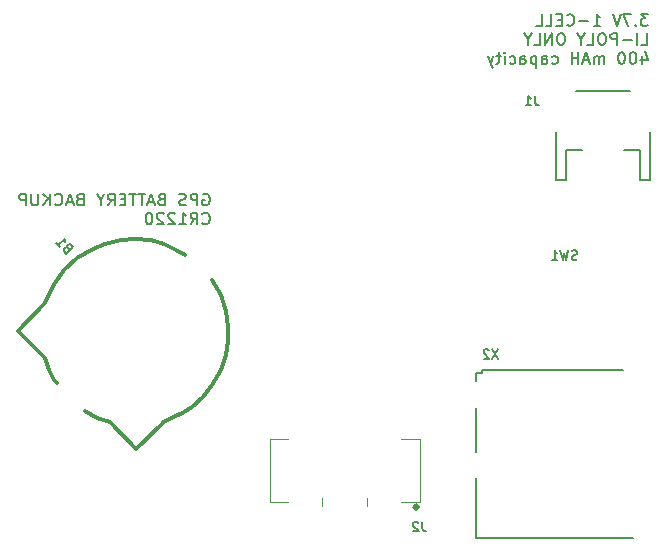
<source format=gbr>
%TF.GenerationSoftware,KiCad,Pcbnew,8.0.8*%
%TF.CreationDate,2025-01-20T12:07:48-06:00*%
%TF.ProjectId,tempo,74656d70-6f2e-46b6-9963-61645f706362,rev?*%
%TF.SameCoordinates,Original*%
%TF.FileFunction,Legend,Bot*%
%TF.FilePolarity,Positive*%
%FSLAX46Y46*%
G04 Gerber Fmt 4.6, Leading zero omitted, Abs format (unit mm)*
G04 Created by KiCad (PCBNEW 8.0.8) date 2025-01-20 12:07:48*
%MOMM*%
%LPD*%
G01*
G04 APERTURE LIST*
%ADD10C,0.150000*%
%ADD11C,0.100000*%
%ADD12C,0.120000*%
%ADD13C,0.310000*%
%ADD14C,0.127000*%
%ADD15C,0.304800*%
%ADD16C,0.203200*%
G04 APERTURE END LIST*
D10*
X145339411Y-81132494D02*
X145434649Y-81084875D01*
X145434649Y-81084875D02*
X145577506Y-81084875D01*
X145577506Y-81084875D02*
X145720363Y-81132494D01*
X145720363Y-81132494D02*
X145815601Y-81227732D01*
X145815601Y-81227732D02*
X145863220Y-81322970D01*
X145863220Y-81322970D02*
X145910839Y-81513446D01*
X145910839Y-81513446D02*
X145910839Y-81656303D01*
X145910839Y-81656303D02*
X145863220Y-81846779D01*
X145863220Y-81846779D02*
X145815601Y-81942017D01*
X145815601Y-81942017D02*
X145720363Y-82037256D01*
X145720363Y-82037256D02*
X145577506Y-82084875D01*
X145577506Y-82084875D02*
X145482268Y-82084875D01*
X145482268Y-82084875D02*
X145339411Y-82037256D01*
X145339411Y-82037256D02*
X145291792Y-81989636D01*
X145291792Y-81989636D02*
X145291792Y-81656303D01*
X145291792Y-81656303D02*
X145482268Y-81656303D01*
X144863220Y-82084875D02*
X144863220Y-81084875D01*
X144863220Y-81084875D02*
X144482268Y-81084875D01*
X144482268Y-81084875D02*
X144387030Y-81132494D01*
X144387030Y-81132494D02*
X144339411Y-81180113D01*
X144339411Y-81180113D02*
X144291792Y-81275351D01*
X144291792Y-81275351D02*
X144291792Y-81418208D01*
X144291792Y-81418208D02*
X144339411Y-81513446D01*
X144339411Y-81513446D02*
X144387030Y-81561065D01*
X144387030Y-81561065D02*
X144482268Y-81608684D01*
X144482268Y-81608684D02*
X144863220Y-81608684D01*
X143910839Y-82037256D02*
X143767982Y-82084875D01*
X143767982Y-82084875D02*
X143529887Y-82084875D01*
X143529887Y-82084875D02*
X143434649Y-82037256D01*
X143434649Y-82037256D02*
X143387030Y-81989636D01*
X143387030Y-81989636D02*
X143339411Y-81894398D01*
X143339411Y-81894398D02*
X143339411Y-81799160D01*
X143339411Y-81799160D02*
X143387030Y-81703922D01*
X143387030Y-81703922D02*
X143434649Y-81656303D01*
X143434649Y-81656303D02*
X143529887Y-81608684D01*
X143529887Y-81608684D02*
X143720363Y-81561065D01*
X143720363Y-81561065D02*
X143815601Y-81513446D01*
X143815601Y-81513446D02*
X143863220Y-81465827D01*
X143863220Y-81465827D02*
X143910839Y-81370589D01*
X143910839Y-81370589D02*
X143910839Y-81275351D01*
X143910839Y-81275351D02*
X143863220Y-81180113D01*
X143863220Y-81180113D02*
X143815601Y-81132494D01*
X143815601Y-81132494D02*
X143720363Y-81084875D01*
X143720363Y-81084875D02*
X143482268Y-81084875D01*
X143482268Y-81084875D02*
X143339411Y-81132494D01*
X141815601Y-81561065D02*
X141672744Y-81608684D01*
X141672744Y-81608684D02*
X141625125Y-81656303D01*
X141625125Y-81656303D02*
X141577506Y-81751541D01*
X141577506Y-81751541D02*
X141577506Y-81894398D01*
X141577506Y-81894398D02*
X141625125Y-81989636D01*
X141625125Y-81989636D02*
X141672744Y-82037256D01*
X141672744Y-82037256D02*
X141767982Y-82084875D01*
X141767982Y-82084875D02*
X142148934Y-82084875D01*
X142148934Y-82084875D02*
X142148934Y-81084875D01*
X142148934Y-81084875D02*
X141815601Y-81084875D01*
X141815601Y-81084875D02*
X141720363Y-81132494D01*
X141720363Y-81132494D02*
X141672744Y-81180113D01*
X141672744Y-81180113D02*
X141625125Y-81275351D01*
X141625125Y-81275351D02*
X141625125Y-81370589D01*
X141625125Y-81370589D02*
X141672744Y-81465827D01*
X141672744Y-81465827D02*
X141720363Y-81513446D01*
X141720363Y-81513446D02*
X141815601Y-81561065D01*
X141815601Y-81561065D02*
X142148934Y-81561065D01*
X141196553Y-81799160D02*
X140720363Y-81799160D01*
X141291791Y-82084875D02*
X140958458Y-81084875D01*
X140958458Y-81084875D02*
X140625125Y-82084875D01*
X140434648Y-81084875D02*
X139863220Y-81084875D01*
X140148934Y-82084875D02*
X140148934Y-81084875D01*
X139672743Y-81084875D02*
X139101315Y-81084875D01*
X139387029Y-82084875D02*
X139387029Y-81084875D01*
X138767981Y-81561065D02*
X138434648Y-81561065D01*
X138291791Y-82084875D02*
X138767981Y-82084875D01*
X138767981Y-82084875D02*
X138767981Y-81084875D01*
X138767981Y-81084875D02*
X138291791Y-81084875D01*
X137291791Y-82084875D02*
X137625124Y-81608684D01*
X137863219Y-82084875D02*
X137863219Y-81084875D01*
X137863219Y-81084875D02*
X137482267Y-81084875D01*
X137482267Y-81084875D02*
X137387029Y-81132494D01*
X137387029Y-81132494D02*
X137339410Y-81180113D01*
X137339410Y-81180113D02*
X137291791Y-81275351D01*
X137291791Y-81275351D02*
X137291791Y-81418208D01*
X137291791Y-81418208D02*
X137339410Y-81513446D01*
X137339410Y-81513446D02*
X137387029Y-81561065D01*
X137387029Y-81561065D02*
X137482267Y-81608684D01*
X137482267Y-81608684D02*
X137863219Y-81608684D01*
X136672743Y-81608684D02*
X136672743Y-82084875D01*
X137006076Y-81084875D02*
X136672743Y-81608684D01*
X136672743Y-81608684D02*
X136339410Y-81084875D01*
X134910838Y-81561065D02*
X134767981Y-81608684D01*
X134767981Y-81608684D02*
X134720362Y-81656303D01*
X134720362Y-81656303D02*
X134672743Y-81751541D01*
X134672743Y-81751541D02*
X134672743Y-81894398D01*
X134672743Y-81894398D02*
X134720362Y-81989636D01*
X134720362Y-81989636D02*
X134767981Y-82037256D01*
X134767981Y-82037256D02*
X134863219Y-82084875D01*
X134863219Y-82084875D02*
X135244171Y-82084875D01*
X135244171Y-82084875D02*
X135244171Y-81084875D01*
X135244171Y-81084875D02*
X134910838Y-81084875D01*
X134910838Y-81084875D02*
X134815600Y-81132494D01*
X134815600Y-81132494D02*
X134767981Y-81180113D01*
X134767981Y-81180113D02*
X134720362Y-81275351D01*
X134720362Y-81275351D02*
X134720362Y-81370589D01*
X134720362Y-81370589D02*
X134767981Y-81465827D01*
X134767981Y-81465827D02*
X134815600Y-81513446D01*
X134815600Y-81513446D02*
X134910838Y-81561065D01*
X134910838Y-81561065D02*
X135244171Y-81561065D01*
X134291790Y-81799160D02*
X133815600Y-81799160D01*
X134387028Y-82084875D02*
X134053695Y-81084875D01*
X134053695Y-81084875D02*
X133720362Y-82084875D01*
X132815600Y-81989636D02*
X132863219Y-82037256D01*
X132863219Y-82037256D02*
X133006076Y-82084875D01*
X133006076Y-82084875D02*
X133101314Y-82084875D01*
X133101314Y-82084875D02*
X133244171Y-82037256D01*
X133244171Y-82037256D02*
X133339409Y-81942017D01*
X133339409Y-81942017D02*
X133387028Y-81846779D01*
X133387028Y-81846779D02*
X133434647Y-81656303D01*
X133434647Y-81656303D02*
X133434647Y-81513446D01*
X133434647Y-81513446D02*
X133387028Y-81322970D01*
X133387028Y-81322970D02*
X133339409Y-81227732D01*
X133339409Y-81227732D02*
X133244171Y-81132494D01*
X133244171Y-81132494D02*
X133101314Y-81084875D01*
X133101314Y-81084875D02*
X133006076Y-81084875D01*
X133006076Y-81084875D02*
X132863219Y-81132494D01*
X132863219Y-81132494D02*
X132815600Y-81180113D01*
X132387028Y-82084875D02*
X132387028Y-81084875D01*
X131815600Y-82084875D02*
X132244171Y-81513446D01*
X131815600Y-81084875D02*
X132387028Y-81656303D01*
X131387028Y-81084875D02*
X131387028Y-81894398D01*
X131387028Y-81894398D02*
X131339409Y-81989636D01*
X131339409Y-81989636D02*
X131291790Y-82037256D01*
X131291790Y-82037256D02*
X131196552Y-82084875D01*
X131196552Y-82084875D02*
X131006076Y-82084875D01*
X131006076Y-82084875D02*
X130910838Y-82037256D01*
X130910838Y-82037256D02*
X130863219Y-81989636D01*
X130863219Y-81989636D02*
X130815600Y-81894398D01*
X130815600Y-81894398D02*
X130815600Y-81084875D01*
X130339409Y-82084875D02*
X130339409Y-81084875D01*
X130339409Y-81084875D02*
X129958457Y-81084875D01*
X129958457Y-81084875D02*
X129863219Y-81132494D01*
X129863219Y-81132494D02*
X129815600Y-81180113D01*
X129815600Y-81180113D02*
X129767981Y-81275351D01*
X129767981Y-81275351D02*
X129767981Y-81418208D01*
X129767981Y-81418208D02*
X129815600Y-81513446D01*
X129815600Y-81513446D02*
X129863219Y-81561065D01*
X129863219Y-81561065D02*
X129958457Y-81608684D01*
X129958457Y-81608684D02*
X130339409Y-81608684D01*
X145291792Y-83599580D02*
X145339411Y-83647200D01*
X145339411Y-83647200D02*
X145482268Y-83694819D01*
X145482268Y-83694819D02*
X145577506Y-83694819D01*
X145577506Y-83694819D02*
X145720363Y-83647200D01*
X145720363Y-83647200D02*
X145815601Y-83551961D01*
X145815601Y-83551961D02*
X145863220Y-83456723D01*
X145863220Y-83456723D02*
X145910839Y-83266247D01*
X145910839Y-83266247D02*
X145910839Y-83123390D01*
X145910839Y-83123390D02*
X145863220Y-82932914D01*
X145863220Y-82932914D02*
X145815601Y-82837676D01*
X145815601Y-82837676D02*
X145720363Y-82742438D01*
X145720363Y-82742438D02*
X145577506Y-82694819D01*
X145577506Y-82694819D02*
X145482268Y-82694819D01*
X145482268Y-82694819D02*
X145339411Y-82742438D01*
X145339411Y-82742438D02*
X145291792Y-82790057D01*
X144291792Y-83694819D02*
X144625125Y-83218628D01*
X144863220Y-83694819D02*
X144863220Y-82694819D01*
X144863220Y-82694819D02*
X144482268Y-82694819D01*
X144482268Y-82694819D02*
X144387030Y-82742438D01*
X144387030Y-82742438D02*
X144339411Y-82790057D01*
X144339411Y-82790057D02*
X144291792Y-82885295D01*
X144291792Y-82885295D02*
X144291792Y-83028152D01*
X144291792Y-83028152D02*
X144339411Y-83123390D01*
X144339411Y-83123390D02*
X144387030Y-83171009D01*
X144387030Y-83171009D02*
X144482268Y-83218628D01*
X144482268Y-83218628D02*
X144863220Y-83218628D01*
X143339411Y-83694819D02*
X143910839Y-83694819D01*
X143625125Y-83694819D02*
X143625125Y-82694819D01*
X143625125Y-82694819D02*
X143720363Y-82837676D01*
X143720363Y-82837676D02*
X143815601Y-82932914D01*
X143815601Y-82932914D02*
X143910839Y-82980533D01*
X142958458Y-82790057D02*
X142910839Y-82742438D01*
X142910839Y-82742438D02*
X142815601Y-82694819D01*
X142815601Y-82694819D02*
X142577506Y-82694819D01*
X142577506Y-82694819D02*
X142482268Y-82742438D01*
X142482268Y-82742438D02*
X142434649Y-82790057D01*
X142434649Y-82790057D02*
X142387030Y-82885295D01*
X142387030Y-82885295D02*
X142387030Y-82980533D01*
X142387030Y-82980533D02*
X142434649Y-83123390D01*
X142434649Y-83123390D02*
X143006077Y-83694819D01*
X143006077Y-83694819D02*
X142387030Y-83694819D01*
X142006077Y-82790057D02*
X141958458Y-82742438D01*
X141958458Y-82742438D02*
X141863220Y-82694819D01*
X141863220Y-82694819D02*
X141625125Y-82694819D01*
X141625125Y-82694819D02*
X141529887Y-82742438D01*
X141529887Y-82742438D02*
X141482268Y-82790057D01*
X141482268Y-82790057D02*
X141434649Y-82885295D01*
X141434649Y-82885295D02*
X141434649Y-82980533D01*
X141434649Y-82980533D02*
X141482268Y-83123390D01*
X141482268Y-83123390D02*
X142053696Y-83694819D01*
X142053696Y-83694819D02*
X141434649Y-83694819D01*
X140815601Y-82694819D02*
X140720363Y-82694819D01*
X140720363Y-82694819D02*
X140625125Y-82742438D01*
X140625125Y-82742438D02*
X140577506Y-82790057D01*
X140577506Y-82790057D02*
X140529887Y-82885295D01*
X140529887Y-82885295D02*
X140482268Y-83075771D01*
X140482268Y-83075771D02*
X140482268Y-83313866D01*
X140482268Y-83313866D02*
X140529887Y-83504342D01*
X140529887Y-83504342D02*
X140577506Y-83599580D01*
X140577506Y-83599580D02*
X140625125Y-83647200D01*
X140625125Y-83647200D02*
X140720363Y-83694819D01*
X140720363Y-83694819D02*
X140815601Y-83694819D01*
X140815601Y-83694819D02*
X140910839Y-83647200D01*
X140910839Y-83647200D02*
X140958458Y-83599580D01*
X140958458Y-83599580D02*
X141006077Y-83504342D01*
X141006077Y-83504342D02*
X141053696Y-83313866D01*
X141053696Y-83313866D02*
X141053696Y-83075771D01*
X141053696Y-83075771D02*
X141006077Y-82885295D01*
X141006077Y-82885295D02*
X140958458Y-82790057D01*
X140958458Y-82790057D02*
X140910839Y-82742438D01*
X140910839Y-82742438D02*
X140815601Y-82694819D01*
X183033458Y-65874931D02*
X182414411Y-65874931D01*
X182414411Y-65874931D02*
X182747744Y-66255883D01*
X182747744Y-66255883D02*
X182604887Y-66255883D01*
X182604887Y-66255883D02*
X182509649Y-66303502D01*
X182509649Y-66303502D02*
X182462030Y-66351121D01*
X182462030Y-66351121D02*
X182414411Y-66446359D01*
X182414411Y-66446359D02*
X182414411Y-66684454D01*
X182414411Y-66684454D02*
X182462030Y-66779692D01*
X182462030Y-66779692D02*
X182509649Y-66827312D01*
X182509649Y-66827312D02*
X182604887Y-66874931D01*
X182604887Y-66874931D02*
X182890601Y-66874931D01*
X182890601Y-66874931D02*
X182985839Y-66827312D01*
X182985839Y-66827312D02*
X183033458Y-66779692D01*
X181985839Y-66779692D02*
X181938220Y-66827312D01*
X181938220Y-66827312D02*
X181985839Y-66874931D01*
X181985839Y-66874931D02*
X182033458Y-66827312D01*
X182033458Y-66827312D02*
X181985839Y-66779692D01*
X181985839Y-66779692D02*
X181985839Y-66874931D01*
X181604887Y-65874931D02*
X180938221Y-65874931D01*
X180938221Y-65874931D02*
X181366792Y-66874931D01*
X180700125Y-65874931D02*
X180366792Y-66874931D01*
X180366792Y-66874931D02*
X180033459Y-65874931D01*
X178414411Y-66874931D02*
X178985839Y-66874931D01*
X178700125Y-66874931D02*
X178700125Y-65874931D01*
X178700125Y-65874931D02*
X178795363Y-66017788D01*
X178795363Y-66017788D02*
X178890601Y-66113026D01*
X178890601Y-66113026D02*
X178985839Y-66160645D01*
X177985839Y-66493978D02*
X177223935Y-66493978D01*
X176176316Y-66779692D02*
X176223935Y-66827312D01*
X176223935Y-66827312D02*
X176366792Y-66874931D01*
X176366792Y-66874931D02*
X176462030Y-66874931D01*
X176462030Y-66874931D02*
X176604887Y-66827312D01*
X176604887Y-66827312D02*
X176700125Y-66732073D01*
X176700125Y-66732073D02*
X176747744Y-66636835D01*
X176747744Y-66636835D02*
X176795363Y-66446359D01*
X176795363Y-66446359D02*
X176795363Y-66303502D01*
X176795363Y-66303502D02*
X176747744Y-66113026D01*
X176747744Y-66113026D02*
X176700125Y-66017788D01*
X176700125Y-66017788D02*
X176604887Y-65922550D01*
X176604887Y-65922550D02*
X176462030Y-65874931D01*
X176462030Y-65874931D02*
X176366792Y-65874931D01*
X176366792Y-65874931D02*
X176223935Y-65922550D01*
X176223935Y-65922550D02*
X176176316Y-65970169D01*
X175747744Y-66351121D02*
X175414411Y-66351121D01*
X175271554Y-66874931D02*
X175747744Y-66874931D01*
X175747744Y-66874931D02*
X175747744Y-65874931D01*
X175747744Y-65874931D02*
X175271554Y-65874931D01*
X174366792Y-66874931D02*
X174842982Y-66874931D01*
X174842982Y-66874931D02*
X174842982Y-65874931D01*
X173557268Y-66874931D02*
X174033458Y-66874931D01*
X174033458Y-66874931D02*
X174033458Y-65874931D01*
X182462030Y-68484875D02*
X182938220Y-68484875D01*
X182938220Y-68484875D02*
X182938220Y-67484875D01*
X182128696Y-68484875D02*
X182128696Y-67484875D01*
X181652506Y-68103922D02*
X180890602Y-68103922D01*
X180414411Y-68484875D02*
X180414411Y-67484875D01*
X180414411Y-67484875D02*
X180033459Y-67484875D01*
X180033459Y-67484875D02*
X179938221Y-67532494D01*
X179938221Y-67532494D02*
X179890602Y-67580113D01*
X179890602Y-67580113D02*
X179842983Y-67675351D01*
X179842983Y-67675351D02*
X179842983Y-67818208D01*
X179842983Y-67818208D02*
X179890602Y-67913446D01*
X179890602Y-67913446D02*
X179938221Y-67961065D01*
X179938221Y-67961065D02*
X180033459Y-68008684D01*
X180033459Y-68008684D02*
X180414411Y-68008684D01*
X179223935Y-67484875D02*
X179033459Y-67484875D01*
X179033459Y-67484875D02*
X178938221Y-67532494D01*
X178938221Y-67532494D02*
X178842983Y-67627732D01*
X178842983Y-67627732D02*
X178795364Y-67818208D01*
X178795364Y-67818208D02*
X178795364Y-68151541D01*
X178795364Y-68151541D02*
X178842983Y-68342017D01*
X178842983Y-68342017D02*
X178938221Y-68437256D01*
X178938221Y-68437256D02*
X179033459Y-68484875D01*
X179033459Y-68484875D02*
X179223935Y-68484875D01*
X179223935Y-68484875D02*
X179319173Y-68437256D01*
X179319173Y-68437256D02*
X179414411Y-68342017D01*
X179414411Y-68342017D02*
X179462030Y-68151541D01*
X179462030Y-68151541D02*
X179462030Y-67818208D01*
X179462030Y-67818208D02*
X179414411Y-67627732D01*
X179414411Y-67627732D02*
X179319173Y-67532494D01*
X179319173Y-67532494D02*
X179223935Y-67484875D01*
X177890602Y-68484875D02*
X178366792Y-68484875D01*
X178366792Y-68484875D02*
X178366792Y-67484875D01*
X177366792Y-68008684D02*
X177366792Y-68484875D01*
X177700125Y-67484875D02*
X177366792Y-68008684D01*
X177366792Y-68008684D02*
X177033459Y-67484875D01*
X175747744Y-67484875D02*
X175557268Y-67484875D01*
X175557268Y-67484875D02*
X175462030Y-67532494D01*
X175462030Y-67532494D02*
X175366792Y-67627732D01*
X175366792Y-67627732D02*
X175319173Y-67818208D01*
X175319173Y-67818208D02*
X175319173Y-68151541D01*
X175319173Y-68151541D02*
X175366792Y-68342017D01*
X175366792Y-68342017D02*
X175462030Y-68437256D01*
X175462030Y-68437256D02*
X175557268Y-68484875D01*
X175557268Y-68484875D02*
X175747744Y-68484875D01*
X175747744Y-68484875D02*
X175842982Y-68437256D01*
X175842982Y-68437256D02*
X175938220Y-68342017D01*
X175938220Y-68342017D02*
X175985839Y-68151541D01*
X175985839Y-68151541D02*
X175985839Y-67818208D01*
X175985839Y-67818208D02*
X175938220Y-67627732D01*
X175938220Y-67627732D02*
X175842982Y-67532494D01*
X175842982Y-67532494D02*
X175747744Y-67484875D01*
X174890601Y-68484875D02*
X174890601Y-67484875D01*
X174890601Y-67484875D02*
X174319173Y-68484875D01*
X174319173Y-68484875D02*
X174319173Y-67484875D01*
X173366792Y-68484875D02*
X173842982Y-68484875D01*
X173842982Y-68484875D02*
X173842982Y-67484875D01*
X172842982Y-68008684D02*
X172842982Y-68484875D01*
X173176315Y-67484875D02*
X172842982Y-68008684D01*
X172842982Y-68008684D02*
X172509649Y-67484875D01*
X182509649Y-69428152D02*
X182509649Y-70094819D01*
X182747744Y-69047200D02*
X182985839Y-69761485D01*
X182985839Y-69761485D02*
X182366792Y-69761485D01*
X181795363Y-69094819D02*
X181700125Y-69094819D01*
X181700125Y-69094819D02*
X181604887Y-69142438D01*
X181604887Y-69142438D02*
X181557268Y-69190057D01*
X181557268Y-69190057D02*
X181509649Y-69285295D01*
X181509649Y-69285295D02*
X181462030Y-69475771D01*
X181462030Y-69475771D02*
X181462030Y-69713866D01*
X181462030Y-69713866D02*
X181509649Y-69904342D01*
X181509649Y-69904342D02*
X181557268Y-69999580D01*
X181557268Y-69999580D02*
X181604887Y-70047200D01*
X181604887Y-70047200D02*
X181700125Y-70094819D01*
X181700125Y-70094819D02*
X181795363Y-70094819D01*
X181795363Y-70094819D02*
X181890601Y-70047200D01*
X181890601Y-70047200D02*
X181938220Y-69999580D01*
X181938220Y-69999580D02*
X181985839Y-69904342D01*
X181985839Y-69904342D02*
X182033458Y-69713866D01*
X182033458Y-69713866D02*
X182033458Y-69475771D01*
X182033458Y-69475771D02*
X181985839Y-69285295D01*
X181985839Y-69285295D02*
X181938220Y-69190057D01*
X181938220Y-69190057D02*
X181890601Y-69142438D01*
X181890601Y-69142438D02*
X181795363Y-69094819D01*
X180842982Y-69094819D02*
X180747744Y-69094819D01*
X180747744Y-69094819D02*
X180652506Y-69142438D01*
X180652506Y-69142438D02*
X180604887Y-69190057D01*
X180604887Y-69190057D02*
X180557268Y-69285295D01*
X180557268Y-69285295D02*
X180509649Y-69475771D01*
X180509649Y-69475771D02*
X180509649Y-69713866D01*
X180509649Y-69713866D02*
X180557268Y-69904342D01*
X180557268Y-69904342D02*
X180604887Y-69999580D01*
X180604887Y-69999580D02*
X180652506Y-70047200D01*
X180652506Y-70047200D02*
X180747744Y-70094819D01*
X180747744Y-70094819D02*
X180842982Y-70094819D01*
X180842982Y-70094819D02*
X180938220Y-70047200D01*
X180938220Y-70047200D02*
X180985839Y-69999580D01*
X180985839Y-69999580D02*
X181033458Y-69904342D01*
X181033458Y-69904342D02*
X181081077Y-69713866D01*
X181081077Y-69713866D02*
X181081077Y-69475771D01*
X181081077Y-69475771D02*
X181033458Y-69285295D01*
X181033458Y-69285295D02*
X180985839Y-69190057D01*
X180985839Y-69190057D02*
X180938220Y-69142438D01*
X180938220Y-69142438D02*
X180842982Y-69094819D01*
X179319172Y-70094819D02*
X179319172Y-69428152D01*
X179319172Y-69523390D02*
X179271553Y-69475771D01*
X179271553Y-69475771D02*
X179176315Y-69428152D01*
X179176315Y-69428152D02*
X179033458Y-69428152D01*
X179033458Y-69428152D02*
X178938220Y-69475771D01*
X178938220Y-69475771D02*
X178890601Y-69571009D01*
X178890601Y-69571009D02*
X178890601Y-70094819D01*
X178890601Y-69571009D02*
X178842982Y-69475771D01*
X178842982Y-69475771D02*
X178747744Y-69428152D01*
X178747744Y-69428152D02*
X178604887Y-69428152D01*
X178604887Y-69428152D02*
X178509648Y-69475771D01*
X178509648Y-69475771D02*
X178462029Y-69571009D01*
X178462029Y-69571009D02*
X178462029Y-70094819D01*
X178033458Y-69809104D02*
X177557268Y-69809104D01*
X178128696Y-70094819D02*
X177795363Y-69094819D01*
X177795363Y-69094819D02*
X177462030Y-70094819D01*
X177128696Y-70094819D02*
X177128696Y-69094819D01*
X177128696Y-69571009D02*
X176557268Y-69571009D01*
X176557268Y-70094819D02*
X176557268Y-69094819D01*
X174890601Y-70047200D02*
X174985839Y-70094819D01*
X174985839Y-70094819D02*
X175176315Y-70094819D01*
X175176315Y-70094819D02*
X175271553Y-70047200D01*
X175271553Y-70047200D02*
X175319172Y-69999580D01*
X175319172Y-69999580D02*
X175366791Y-69904342D01*
X175366791Y-69904342D02*
X175366791Y-69618628D01*
X175366791Y-69618628D02*
X175319172Y-69523390D01*
X175319172Y-69523390D02*
X175271553Y-69475771D01*
X175271553Y-69475771D02*
X175176315Y-69428152D01*
X175176315Y-69428152D02*
X174985839Y-69428152D01*
X174985839Y-69428152D02*
X174890601Y-69475771D01*
X174033458Y-70094819D02*
X174033458Y-69571009D01*
X174033458Y-69571009D02*
X174081077Y-69475771D01*
X174081077Y-69475771D02*
X174176315Y-69428152D01*
X174176315Y-69428152D02*
X174366791Y-69428152D01*
X174366791Y-69428152D02*
X174462029Y-69475771D01*
X174033458Y-70047200D02*
X174128696Y-70094819D01*
X174128696Y-70094819D02*
X174366791Y-70094819D01*
X174366791Y-70094819D02*
X174462029Y-70047200D01*
X174462029Y-70047200D02*
X174509648Y-69951961D01*
X174509648Y-69951961D02*
X174509648Y-69856723D01*
X174509648Y-69856723D02*
X174462029Y-69761485D01*
X174462029Y-69761485D02*
X174366791Y-69713866D01*
X174366791Y-69713866D02*
X174128696Y-69713866D01*
X174128696Y-69713866D02*
X174033458Y-69666247D01*
X173557267Y-69428152D02*
X173557267Y-70428152D01*
X173557267Y-69475771D02*
X173462029Y-69428152D01*
X173462029Y-69428152D02*
X173271553Y-69428152D01*
X173271553Y-69428152D02*
X173176315Y-69475771D01*
X173176315Y-69475771D02*
X173128696Y-69523390D01*
X173128696Y-69523390D02*
X173081077Y-69618628D01*
X173081077Y-69618628D02*
X173081077Y-69904342D01*
X173081077Y-69904342D02*
X173128696Y-69999580D01*
X173128696Y-69999580D02*
X173176315Y-70047200D01*
X173176315Y-70047200D02*
X173271553Y-70094819D01*
X173271553Y-70094819D02*
X173462029Y-70094819D01*
X173462029Y-70094819D02*
X173557267Y-70047200D01*
X172223934Y-70094819D02*
X172223934Y-69571009D01*
X172223934Y-69571009D02*
X172271553Y-69475771D01*
X172271553Y-69475771D02*
X172366791Y-69428152D01*
X172366791Y-69428152D02*
X172557267Y-69428152D01*
X172557267Y-69428152D02*
X172652505Y-69475771D01*
X172223934Y-70047200D02*
X172319172Y-70094819D01*
X172319172Y-70094819D02*
X172557267Y-70094819D01*
X172557267Y-70094819D02*
X172652505Y-70047200D01*
X172652505Y-70047200D02*
X172700124Y-69951961D01*
X172700124Y-69951961D02*
X172700124Y-69856723D01*
X172700124Y-69856723D02*
X172652505Y-69761485D01*
X172652505Y-69761485D02*
X172557267Y-69713866D01*
X172557267Y-69713866D02*
X172319172Y-69713866D01*
X172319172Y-69713866D02*
X172223934Y-69666247D01*
X171319172Y-70047200D02*
X171414410Y-70094819D01*
X171414410Y-70094819D02*
X171604886Y-70094819D01*
X171604886Y-70094819D02*
X171700124Y-70047200D01*
X171700124Y-70047200D02*
X171747743Y-69999580D01*
X171747743Y-69999580D02*
X171795362Y-69904342D01*
X171795362Y-69904342D02*
X171795362Y-69618628D01*
X171795362Y-69618628D02*
X171747743Y-69523390D01*
X171747743Y-69523390D02*
X171700124Y-69475771D01*
X171700124Y-69475771D02*
X171604886Y-69428152D01*
X171604886Y-69428152D02*
X171414410Y-69428152D01*
X171414410Y-69428152D02*
X171319172Y-69475771D01*
X170890600Y-70094819D02*
X170890600Y-69428152D01*
X170890600Y-69094819D02*
X170938219Y-69142438D01*
X170938219Y-69142438D02*
X170890600Y-69190057D01*
X170890600Y-69190057D02*
X170842981Y-69142438D01*
X170842981Y-69142438D02*
X170890600Y-69094819D01*
X170890600Y-69094819D02*
X170890600Y-69190057D01*
X170557267Y-69428152D02*
X170176315Y-69428152D01*
X170414410Y-69094819D02*
X170414410Y-69951961D01*
X170414410Y-69951961D02*
X170366791Y-70047200D01*
X170366791Y-70047200D02*
X170271553Y-70094819D01*
X170271553Y-70094819D02*
X170176315Y-70094819D01*
X169938219Y-69428152D02*
X169700124Y-70094819D01*
X169462029Y-69428152D02*
X169700124Y-70094819D01*
X169700124Y-70094819D02*
X169795362Y-70332914D01*
X169795362Y-70332914D02*
X169842981Y-70380533D01*
X169842981Y-70380533D02*
X169938219Y-70428152D01*
X163916666Y-108862295D02*
X163916666Y-109433723D01*
X163916666Y-109433723D02*
X163954761Y-109548009D01*
X163954761Y-109548009D02*
X164030952Y-109624200D01*
X164030952Y-109624200D02*
X164145237Y-109662295D01*
X164145237Y-109662295D02*
X164221428Y-109662295D01*
X163573809Y-108938485D02*
X163535713Y-108900390D01*
X163535713Y-108900390D02*
X163459523Y-108862295D01*
X163459523Y-108862295D02*
X163269047Y-108862295D01*
X163269047Y-108862295D02*
X163192856Y-108900390D01*
X163192856Y-108900390D02*
X163154761Y-108938485D01*
X163154761Y-108938485D02*
X163116666Y-109014676D01*
X163116666Y-109014676D02*
X163116666Y-109090866D01*
X163116666Y-109090866D02*
X163154761Y-109205152D01*
X163154761Y-109205152D02*
X163611904Y-109662295D01*
X163611904Y-109662295D02*
X163116666Y-109662295D01*
X177016667Y-86649200D02*
X176902381Y-86687295D01*
X176902381Y-86687295D02*
X176711905Y-86687295D01*
X176711905Y-86687295D02*
X176635714Y-86649200D01*
X176635714Y-86649200D02*
X176597619Y-86611104D01*
X176597619Y-86611104D02*
X176559524Y-86534914D01*
X176559524Y-86534914D02*
X176559524Y-86458723D01*
X176559524Y-86458723D02*
X176597619Y-86382533D01*
X176597619Y-86382533D02*
X176635714Y-86344438D01*
X176635714Y-86344438D02*
X176711905Y-86306342D01*
X176711905Y-86306342D02*
X176864286Y-86268247D01*
X176864286Y-86268247D02*
X176940476Y-86230152D01*
X176940476Y-86230152D02*
X176978571Y-86192057D01*
X176978571Y-86192057D02*
X177016667Y-86115866D01*
X177016667Y-86115866D02*
X177016667Y-86039676D01*
X177016667Y-86039676D02*
X176978571Y-85963485D01*
X176978571Y-85963485D02*
X176940476Y-85925390D01*
X176940476Y-85925390D02*
X176864286Y-85887295D01*
X176864286Y-85887295D02*
X176673809Y-85887295D01*
X176673809Y-85887295D02*
X176559524Y-85925390D01*
X176292857Y-85887295D02*
X176102381Y-86687295D01*
X176102381Y-86687295D02*
X175950000Y-86115866D01*
X175950000Y-86115866D02*
X175797619Y-86687295D01*
X175797619Y-86687295D02*
X175607143Y-85887295D01*
X174883333Y-86687295D02*
X175340476Y-86687295D01*
X175111904Y-86687295D02*
X175111904Y-85887295D01*
X175111904Y-85887295D02*
X175188095Y-86001580D01*
X175188095Y-86001580D02*
X175264285Y-86077771D01*
X175264285Y-86077771D02*
X175340476Y-86115866D01*
X170358208Y-94244295D02*
X169824874Y-95044295D01*
X169824874Y-94244295D02*
X170358208Y-95044295D01*
X169558208Y-94320485D02*
X169520112Y-94282390D01*
X169520112Y-94282390D02*
X169443922Y-94244295D01*
X169443922Y-94244295D02*
X169253446Y-94244295D01*
X169253446Y-94244295D02*
X169177255Y-94282390D01*
X169177255Y-94282390D02*
X169139160Y-94320485D01*
X169139160Y-94320485D02*
X169101065Y-94396676D01*
X169101065Y-94396676D02*
X169101065Y-94472866D01*
X169101065Y-94472866D02*
X169139160Y-94587152D01*
X169139160Y-94587152D02*
X169596303Y-95044295D01*
X169596303Y-95044295D02*
X169101065Y-95044295D01*
X133897020Y-85679908D02*
X133789271Y-85626034D01*
X133789271Y-85626034D02*
X133735396Y-85626034D01*
X133735396Y-85626034D02*
X133654584Y-85652971D01*
X133654584Y-85652971D02*
X133573772Y-85733783D01*
X133573772Y-85733783D02*
X133546834Y-85814595D01*
X133546834Y-85814595D02*
X133546834Y-85868470D01*
X133546834Y-85868470D02*
X133573772Y-85949282D01*
X133573772Y-85949282D02*
X133789271Y-86164782D01*
X133789271Y-86164782D02*
X134354956Y-85599096D01*
X134354956Y-85599096D02*
X134166394Y-85410534D01*
X134166394Y-85410534D02*
X134085582Y-85383597D01*
X134085582Y-85383597D02*
X134031707Y-85383597D01*
X134031707Y-85383597D02*
X133950895Y-85410534D01*
X133950895Y-85410534D02*
X133897020Y-85464409D01*
X133897020Y-85464409D02*
X133870083Y-85545221D01*
X133870083Y-85545221D02*
X133870083Y-85599096D01*
X133870083Y-85599096D02*
X133897020Y-85679908D01*
X133897020Y-85679908D02*
X134085582Y-85868470D01*
X132927274Y-85302785D02*
X133250523Y-85626034D01*
X133088898Y-85464409D02*
X133654584Y-84898724D01*
X133654584Y-84898724D02*
X133627646Y-85033411D01*
X133627646Y-85033411D02*
X133627646Y-85141160D01*
X133627646Y-85141160D02*
X133654584Y-85221973D01*
X173466666Y-72812295D02*
X173466666Y-73383723D01*
X173466666Y-73383723D02*
X173504761Y-73498009D01*
X173504761Y-73498009D02*
X173580952Y-73574200D01*
X173580952Y-73574200D02*
X173695237Y-73612295D01*
X173695237Y-73612295D02*
X173771428Y-73612295D01*
X172666666Y-73612295D02*
X173123809Y-73612295D01*
X172895237Y-73612295D02*
X172895237Y-72812295D01*
X172895237Y-72812295D02*
X172971428Y-72926580D01*
X172971428Y-72926580D02*
X173047618Y-73002771D01*
X173047618Y-73002771D02*
X173123809Y-73040866D01*
D11*
%TO.C,J2*%
X163685000Y-101870000D02*
X163685000Y-107170000D01*
X162095000Y-107170000D02*
X163685000Y-107170000D01*
X162095000Y-101820000D02*
X163685000Y-101820000D01*
D12*
X159235000Y-106820000D02*
X159235000Y-107520000D01*
X155435000Y-106820000D02*
X155435000Y-107520000D01*
D11*
X152585000Y-107170000D02*
X150995000Y-107170000D01*
X152585000Y-101820000D02*
X150995000Y-101820000D01*
X150995000Y-107120000D02*
X150995000Y-101820000D01*
D13*
X163540000Y-107620000D02*
G75*
G02*
X163230000Y-107620000I-155000J0D01*
G01*
X163230000Y-107620000D02*
G75*
G02*
X163540000Y-107620000I155000J0D01*
G01*
D14*
%TO.C,X2*%
X168935000Y-96050000D02*
X180885000Y-96050000D01*
X168935000Y-96300000D02*
X168935000Y-96050000D01*
X168435000Y-96300000D02*
X168935000Y-96300000D01*
X168435000Y-96950000D02*
X168435000Y-96300000D01*
X168435000Y-99250000D02*
X168435000Y-102950000D01*
X168435000Y-105200000D02*
X168435000Y-110250000D01*
X168435000Y-110250000D02*
X181785000Y-110250000D01*
D15*
%TO.C,B1*%
X146134672Y-88361649D02*
X146841778Y-89634441D01*
X143801219Y-86311039D02*
X143023402Y-85816064D01*
X146841778Y-89634441D02*
X147266043Y-91048654D01*
X143023402Y-85816064D02*
X142033452Y-85391800D01*
X142033452Y-85391800D02*
X140972792Y-85038247D01*
X147266043Y-91048654D02*
X147478175Y-92392157D01*
X140972792Y-85038247D02*
X139629289Y-84967536D01*
X147478175Y-92392157D02*
X147478175Y-93523528D01*
X139629289Y-84967536D02*
X138427208Y-85038247D01*
X147478175Y-93523528D02*
X147266043Y-94725610D01*
X138427208Y-85038247D02*
X137083705Y-85391800D01*
X147266043Y-94725610D02*
X146841778Y-95998402D01*
X137083705Y-85391800D02*
X136023045Y-85745354D01*
X146841778Y-95998402D02*
X146134672Y-97271194D01*
X136023045Y-85745354D02*
X134679542Y-86523171D01*
X146134672Y-97271194D02*
X145356854Y-98331854D01*
X134679542Y-86523171D02*
X133618882Y-87583831D01*
X145356854Y-98331854D02*
X144437615Y-99109672D01*
X133618882Y-87583831D02*
X132841064Y-88644491D01*
X144437615Y-99109672D02*
X143306245Y-99816778D01*
X132841064Y-88644491D02*
X131921825Y-90412258D01*
X143376955Y-99746068D02*
X141962742Y-100453175D01*
X141927386Y-100488530D02*
X139700000Y-102715916D01*
X131886470Y-90447614D02*
X129659084Y-92675000D01*
X139700000Y-102715916D02*
X137437258Y-100453175D01*
X137437258Y-100453175D02*
X136376598Y-100099621D01*
X131992536Y-95008452D02*
X132275379Y-95998402D01*
X129659084Y-92675000D02*
X131992536Y-95008452D01*
X136376598Y-100099621D02*
X135315938Y-99463225D01*
X132275379Y-95998402D02*
X132699643Y-96846930D01*
X132699643Y-96846930D02*
X132982486Y-97129773D01*
D16*
%TO.C,J1*%
X183220000Y-79900000D02*
X183220000Y-75900000D01*
X182370000Y-79900000D02*
X183220000Y-79900000D01*
X182370000Y-77400000D02*
X182370000Y-79900000D01*
X181470000Y-72400000D02*
X176970000Y-72400000D01*
X180970000Y-77400000D02*
X182370000Y-77400000D01*
X176070000Y-79900000D02*
X176070000Y-77400000D01*
X176070000Y-77400000D02*
X177470000Y-77400000D01*
X175220000Y-79900000D02*
X176070000Y-79900000D01*
X175220000Y-75900000D02*
X175220000Y-79900000D01*
%TD*%
M02*

</source>
